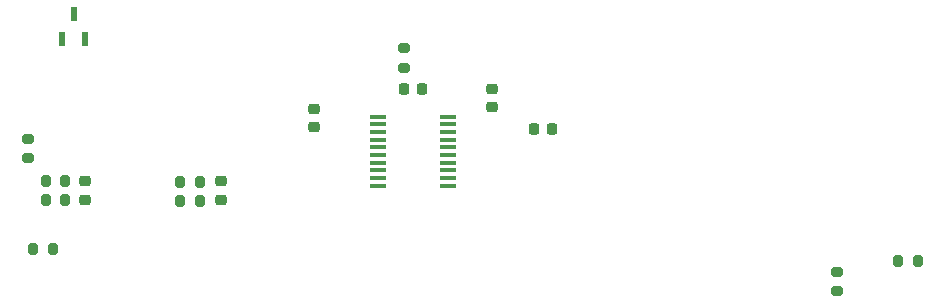
<source format=gbr>
%TF.GenerationSoftware,KiCad,Pcbnew,9.0.3*%
%TF.CreationDate,2025-09-15T18:31:03-04:00*%
%TF.ProjectId,SGTC_Center,53475443-5f43-4656-9e74-65722e6b6963,rev?*%
%TF.SameCoordinates,Original*%
%TF.FileFunction,Paste,Top*%
%TF.FilePolarity,Positive*%
%FSLAX46Y46*%
G04 Gerber Fmt 4.6, Leading zero omitted, Abs format (unit mm)*
G04 Created by KiCad (PCBNEW 9.0.3) date 2025-09-15 18:31:03*
%MOMM*%
%LPD*%
G01*
G04 APERTURE LIST*
G04 Aperture macros list*
%AMRoundRect*
0 Rectangle with rounded corners*
0 $1 Rounding radius*
0 $2 $3 $4 $5 $6 $7 $8 $9 X,Y pos of 4 corners*
0 Add a 4 corners polygon primitive as box body*
4,1,4,$2,$3,$4,$5,$6,$7,$8,$9,$2,$3,0*
0 Add four circle primitives for the rounded corners*
1,1,$1+$1,$2,$3*
1,1,$1+$1,$4,$5*
1,1,$1+$1,$6,$7*
1,1,$1+$1,$8,$9*
0 Add four rect primitives between the rounded corners*
20,1,$1+$1,$2,$3,$4,$5,0*
20,1,$1+$1,$4,$5,$6,$7,0*
20,1,$1+$1,$6,$7,$8,$9,0*
20,1,$1+$1,$8,$9,$2,$3,0*%
G04 Aperture macros list end*
%ADD10RoundRect,0.200000X0.200000X0.275000X-0.200000X0.275000X-0.200000X-0.275000X0.200000X-0.275000X0*%
%ADD11RoundRect,0.200000X-0.275000X0.200000X-0.275000X-0.200000X0.275000X-0.200000X0.275000X0.200000X0*%
%ADD12RoundRect,0.225000X-0.250000X0.225000X-0.250000X-0.225000X0.250000X-0.225000X0.250000X0.225000X0*%
%ADD13RoundRect,0.225000X-0.225000X-0.250000X0.225000X-0.250000X0.225000X0.250000X-0.225000X0.250000X0*%
%ADD14R,1.409700X0.355600*%
%ADD15R,0.599999X1.300000*%
%ADD16RoundRect,0.200000X-0.200000X-0.275000X0.200000X-0.275000X0.200000X0.275000X-0.200000X0.275000X0*%
G04 APERTURE END LIST*
D10*
%TO.C,R8*%
X155675000Y-134250000D03*
X157325000Y-134250000D03*
%TD*%
%TO.C,R2*%
X84075000Y-133250000D03*
X82425000Y-133250000D03*
%TD*%
D11*
%TO.C,R9*%
X150500000Y-136825000D03*
X150500000Y-135175000D03*
%TD*%
D12*
%TO.C,C4*%
X98310000Y-127525000D03*
X98310000Y-129075000D03*
%TD*%
D10*
%TO.C,R5*%
X85135000Y-129100000D03*
X83485000Y-129100000D03*
%TD*%
D12*
%TO.C,C2*%
X86810000Y-127525000D03*
X86810000Y-129075000D03*
%TD*%
D13*
%TO.C,C6*%
X124835000Y-123100000D03*
X126385000Y-123100000D03*
%TD*%
D14*
%TO.C,U1*%
X111610000Y-122050002D03*
X111610000Y-122700003D03*
X111610000Y-123350001D03*
X111610000Y-124000003D03*
X111610000Y-124650001D03*
X111610000Y-125300000D03*
X111610000Y-125950001D03*
X111610000Y-126600000D03*
X111610000Y-127250001D03*
X111610000Y-127900000D03*
X117515500Y-127900002D03*
X117515500Y-127250004D03*
X117515500Y-126600003D03*
X117515500Y-125950004D03*
X117515500Y-125300003D03*
X117515500Y-124650004D03*
X117515500Y-124000003D03*
X117515500Y-123350004D03*
X117515500Y-122700003D03*
X117515500Y-122050004D03*
%TD*%
D11*
%TO.C,R1*%
X113810000Y-116275000D03*
X113810000Y-117925000D03*
%TD*%
D15*
%TO.C,U2*%
X84909998Y-115500000D03*
X86810000Y-115500000D03*
X85859999Y-113400000D03*
%TD*%
D11*
%TO.C,R3*%
X82000000Y-123925000D03*
X82000000Y-125575000D03*
%TD*%
D16*
%TO.C,R4*%
X83485000Y-127500000D03*
X85135000Y-127500000D03*
%TD*%
D12*
%TO.C,C3*%
X106210000Y-121425000D03*
X106210000Y-122975000D03*
%TD*%
D13*
%TO.C,C1*%
X113835000Y-119700000D03*
X115385000Y-119700000D03*
%TD*%
D16*
%TO.C,R6*%
X94885000Y-127600000D03*
X96535000Y-127600000D03*
%TD*%
D10*
%TO.C,R7*%
X96535000Y-129200000D03*
X94885000Y-129200000D03*
%TD*%
D12*
%TO.C,C5*%
X121310000Y-119725000D03*
X121310000Y-121275000D03*
%TD*%
M02*

</source>
